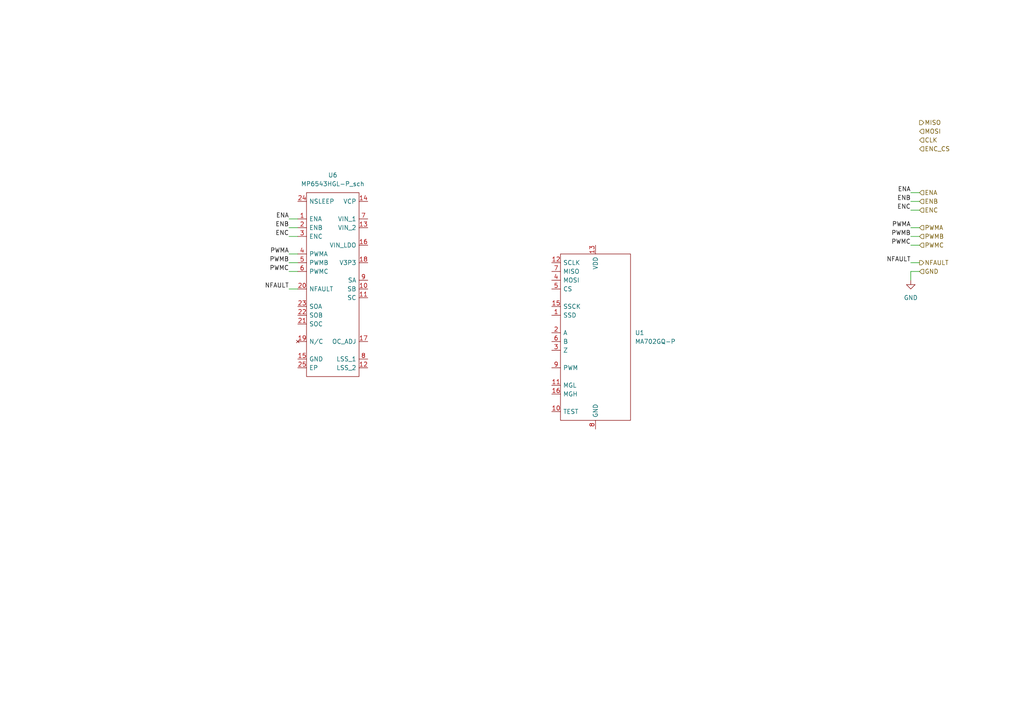
<source format=kicad_sch>
(kicad_sch (version 20250114) (generator "eeschema") (generator_version "9.0")
  (paper "A4")
  (lib_symbols
    (symbol "Component_lib:MP6543HGL-P_sch" (pin_names (offset 0.762))
      (property "Reference" "U" (at 2.54 7.62 0))
      (property "Value" "MP6543HGL-P_sch" (at 2.54 5.08 0))
      (symbol "MP6543HGL-P_sch_0_0"
        (pin passive line (at 0 0 0) (length 2.54) (name "NSLEEP") (number "24"))
        (pin passive line (at 0 -5.08 0) (length 2.54) (name "ENA") (number "1"))
        (pin passive line (at 0 -7.62 0) (length 2.54) (name "ENB") (number "2"))
        (pin passive line (at 0 -10.16 0) (length 2.54) (name "ENC") (number "3"))
        (pin passive line (at 0 -15.24 0) (length 2.54) (name "PWMA") (number "4"))
        (pin passive line (at 0 -17.78 0) (length 2.54) (name "PWMB") (number "5"))
        (pin passive line (at 0 -20.32 0) (length 2.54) (name "PWMC") (number "6"))
        (pin passive line (at 0 -25.4 0) (length 2.54) (name "NFAULT") (number "20"))
        (pin passive line (at 0 -30.48 0) (length 2.54) (name "SOA") (number "23"))
        (pin passive line (at 0 -33.02 0) (length 2.54) (name "SOB") (number "22"))
        (pin passive line (at 0 -35.56 0) (length 2.54) (name "SOC") (number "21"))
        (pin no_connect line (at 0 -40.64 0) (length 2.54) (name "N/C") (number "19"))
        (pin passive line (at 0 -45.72 0) (length 2.54) (name "GND") (number "15"))
        (pin passive line (at 0 -48.26 0) (length 2.54) (name "EP") (number "25"))
        (pin passive line (at 20.32 0 180) (length 2.54) (name "VCP") (number "14"))
        (pin passive line (at 20.32 -5.08 180) (length 2.54) (name "VIN_1") (number "7"))
        (pin passive line (at 20.32 -7.62 180) (length 2.54) (name "VIN_2") (number "13"))
        (pin passive line (at 20.32 -12.7 180) (length 2.54) (name "VIN_LDO") (number "16"))
        (pin passive line (at 20.32 -17.78 180) (length 2.54) (name "V3P3") (number "18"))
        (pin passive line (at 20.32 -22.86 180) (length 2.54) (name "SA") (number "9"))
        (pin passive line (at 20.32 -25.4 180) (length 2.54) (name "SB") (number "10"))
        (pin passive line (at 20.32 -27.94 180) (length 2.54) (name "SC") (number "11"))
        (pin passive line (at 20.32 -40.64 180) (length 2.54) (name "OC_ADJ") (number "17"))
        (pin passive line (at 20.32 -45.72 180) (length 2.54) (name "LSS_1") (number "8"))
        (pin passive line (at 20.32 -48.26 180) (length 2.54) (name "LSS_2") (number "12"))
      )
      (symbol "MP6543HGL-P_sch_0_1"
        (rectangle (start 2.54 2.54) (end 17.78 -50.8) (stroke (width 0.1524)))
      )
    )
    (symbol "Sensor_lib:MA702GQ-P_sch" (pin_names (offset 0.762))
      (property "Reference" "U" (at 15.24 7.62 0))
      (property "Value" "MA702GQ-P" (at 15.24 5.08 0))
      (symbol "MA702GQ-P_sch_0_0"
        (pin passive line (at 0 0 0) (length 2.54) (name "SCLK") (number "12"))
        (pin passive line (at 0 -2.54 0) (length 2.54) (name "MISO") (number "7"))
        (pin passive line (at 0 -5.08 0) (length 2.54) (name "MOSI") (number "4"))
        (pin passive line (at 0 -7.62 0) (length 2.54) (name "CS") (number "5"))
        (pin passive line (at 0 -12.7 0) (length 2.54) (name "SSCK") (number "15"))
        (pin passive line (at 0 -15.24 0) (length 2.54) (name "SSD") (number "1"))
        (pin passive line (at 0 -20.32 0) (length 2.54) (name "A") (number "2"))
        (pin passive line (at 0 -22.86 0) (length 2.54) (name "B") (number "6"))
        (pin passive line (at 0 -25.4 0) (length 2.54) (name "Z") (number "3"))
        (pin passive line (at 0 -30.48 0) (length 2.54) (name "PWM") (number "9"))
        (pin passive line (at 0 -35.56 0) (length 2.54) (name "MGL") (number "11"))
        (pin passive line (at 0 -38.1 0) (length 2.54) (name "MGH") (number "16"))
        (pin passive line (at 0 -43.18 0) (length 2.54) (name "TEST") (number "10"))
        (pin passive line (at 12.7 5.08 270) (length 2.54) (name "VDD") (number "13"))
        (pin passive line (at 12.7 -48.26 90) (length 2.54) (hide yes) (name "GND_2") (number "17"))
        (pin passive line (at 12.7 -48.26 90) (length 2.54) (name "GND") (number "8"))
        (pin no_connect line (at 15.24 -17.78 270) (length 2.54) (hide yes) (name "NC") (number "14"))
      )
      (symbol "MA702GQ-P_sch_0_1"
        (polyline (pts (xy 2.54 2.54) (xy 22.86 2.54) (xy 22.86 -45.72) (xy 2.54 -45.72) (xy 2.54 2.54)) (stroke (width 0.1524)))
      )
    )
    (symbol "power:GND" (power) (pin_numbers (hide yes)) (pin_names (offset 0) (hide yes))
      (property "Value" "GND" (at 0 -3.81 0))
      (symbol "GND_0_1"
        (polyline (pts (xy 0 0) (xy 0 -1.27) (xy 1.27 -1.27) (xy 0 -2.54) (xy -1.27 -1.27) (xy 0 -1.27)))
      )
      (symbol "GND_1_1"
        (pin power_in line (at 0 0 270) (length 0) (name "~") (number "1"))
      )
    )
  )
  (wire (pts (xy 83.82 63.5) (xy 86.36 63.5)))
  (wire (pts (xy 264.16 71.12) (xy 266.7 71.12)))
  (wire (pts (xy 264.16 66.04) (xy 266.7 66.04)))
  (wire (pts (xy 264.16 60.96) (xy 266.7 60.96)))
  (wire (pts (xy 264.16 76.2) (xy 266.7 76.2)))
  (wire (pts (xy 83.82 73.66) (xy 86.36 73.66)))
  (wire (pts (xy 83.82 66.04) (xy 86.36 66.04)))
  (wire (pts (xy 264.16 55.88) (xy 266.7 55.88)))
  (wire (pts (xy 266.7 78.74) (xy 264.16 78.74)))
  (wire (pts (xy 83.82 68.58) (xy 86.36 68.58)))
  (wire (pts (xy 83.82 83.82) (xy 86.36 83.82)))
  (wire (pts (xy 83.82 78.74) (xy 86.36 78.74)))
  (wire (pts (xy 264.16 78.74) (xy 264.16 81.28)))
  (wire (pts (xy 264.16 68.58) (xy 266.7 68.58)))
  (wire (pts (xy 83.82 76.2) (xy 86.36 76.2)))
  (wire (pts (xy 264.16 58.42) (xy 266.7 58.42)))
  (label "ENC" (at 83.82 68.58 180))
  (label "ENA" (at 83.82 63.5 180))
  (label "ENB" (at 83.82 66.04 180))
  (label "PWMA" (at 264.16 66.04 180))
  (label "NFAULT" (at 264.16 76.2 180))
  (label "NFAULT" (at 83.82 83.82 180))
  (label "PWMB" (at 83.82 76.2 180))
  (label "PWMC" (at 264.16 71.12 180))
  (label "ENB" (at 264.16 58.42 180))
  (label "PWMA" (at 83.82 73.66 180))
  (label "ENA" (at 264.16 55.88 180))
  (label "PWMB" (at 264.16 68.58 180))
  (label "PWMC" (at 83.82 78.74 180))
  (label "ENC" (at 264.16 60.96 180))
  (hierarchical_label "ENC" (shape input) (at 266.7 60.96 0))
  (hierarchical_label "GND" (shape input) (at 266.7 78.74 0))
  (hierarchical_label "ENA" (shape input) (at 266.7 55.88 0))
  (hierarchical_label "PWMB" (shape input) (at 266.7 68.58 0))
  (hierarchical_label "ENB" (shape input) (at 266.7 58.42 0))
  (hierarchical_label "CLK" (shape input) (at 266.7 40.64 0))
  (hierarchical_label "PWMA" (shape input) (at 266.7 66.04 0))
  (hierarchical_label "MOSI" (shape input) (at 266.7 38.1 0))
  (hierarchical_label "ENC_CS" (shape input) (at 266.7 43.18 0))
  (hierarchical_label "NFAULT" (shape output) (at 266.7 76.2 0))
  (hierarchical_label "PWMC" (shape input) (at 266.7 71.12 0))
  (hierarchical_label "MISO" (shape output) (at 266.7 35.56 0))
  (symbol (lib_id "Component_lib:MP6543HGL-P_sch") (at 86.36 58.42 0) (unit 1)
    (property "Reference" "U6" (at 96.52 50.8 0))
    (property "Value" "MP6543HGL-P_sch" (at 96.52 53.34 0))
    (property "Footprint" "Component_lib:QFN40P300X400X100-25N-D" (effects (hide yes)))
    (property "Datasheet" "https://www.monolithicpower.com/en/documentview/productdocument/index/version/2/document_type/Datasheet/lang/en/sku/MP6543HGL-Z/document_id/9087/" (effects (hide yes)))
    (property "Description" "Motor / Motion / Ignition Controllers & Drivers 22V, 2A three-phase power stage(ENABLE and PWM inputs for each 1 half-H-bridge)" (effects (hide yes)))
    (property "Height" "1" (effects (hide yes)))
    (property "Manufacturer_Name" "Monolithic Power Systems (MPS)" (effects (hide yes)))
    (property "Manufacturer_Part_Number" "MP6543HGL-P" (effects (hide yes)))
  )
  (symbol (lib_id "Sensor_lib:MA702GQ-P_sch") (at 160.02 76.2 0) (unit 1)
    (property "Reference" "U1" (at 184.15 96.5199 0) (effects (justify left)))
    (property "Value" "MA702GQ-P" (at 184.15 99.0599 0) (effects (justify left)))
    (property "Footprint" "Component_lib:QFN50P300X300X100-17N-D" (effects (hide yes)))
    (property "Datasheet" "https://www.mouser.ch/ProductDetail/Monolithic-Power-Systems-MPS/MA702GQ-P?qs=YCa%2FAAYMW00G2PoyJvHwYg%3D%3D" (effects (hide yes)))
    (property "Description" "Board Mount Hall Effect / Magnetic Sensors 12-bit, digital, contactless angle sensor with ABZ incremental & PWM outputs" (effects (hide yes)))
    (property "Height" "1" (effects (hide yes)))
    (property "Mouser Part Number" "946-MA702GQ-P" (effects (hide yes)))
    (property "Mouser Price/Stock" "https://www.mouser.co.uk/ProductDetail/Monolithic-Power-Systems-MPS/MA702GQ-P?qs=YCa%2FAAYMW00G2PoyJvHwYg%3D%3D" (effects (hide yes)))
    (property "Manufacturer_Name" "Monolithic Power Systems (MPS)" (effects (hide yes)))
    (property "Manufacturer_Part_Number" "MA702GQ-P" (effects (hide yes)))
  )
  (symbol (lib_id "power:GND") (at 264.16 81.28 0) (unit 1)
    (property "Reference" "#PWR08" (effects (hide yes)))
    (property "Value" "GND" (at 264.16 86.36 0))
    (property "Description" "Power symbol creates a global label with name \"GND\" , ground" (effects (hide yes)))
  )
)
</source>
